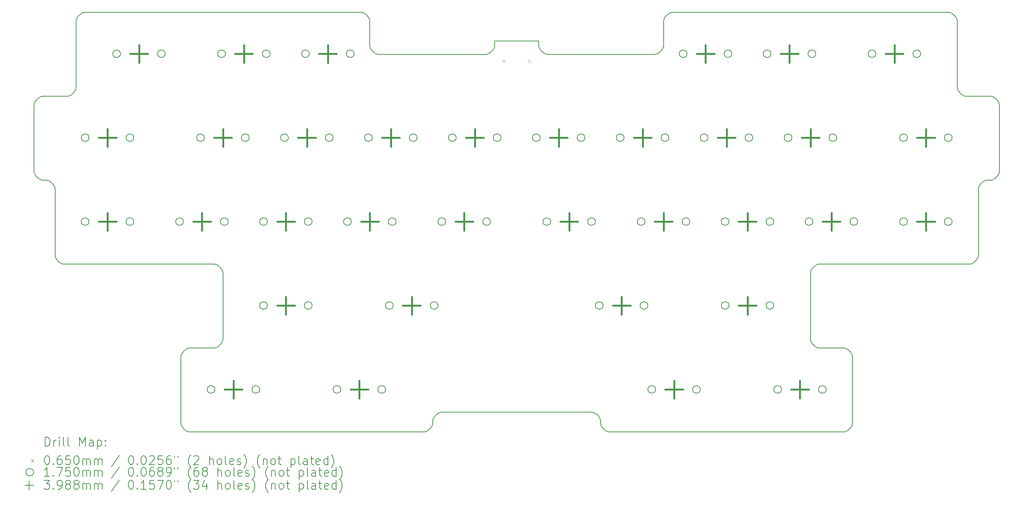
<source format=gbr>
%TF.GenerationSoftware,KiCad,Pcbnew,(6.0.11-0)*%
%TF.CreationDate,2023-07-13T15:03:24+09:00*%
%TF.ProjectId,qfwfq,71667766-712e-46b6-9963-61645f706362,rev?*%
%TF.SameCoordinates,Original*%
%TF.FileFunction,Drillmap*%
%TF.FilePolarity,Positive*%
%FSLAX45Y45*%
G04 Gerber Fmt 4.5, Leading zero omitted, Abs format (unit mm)*
G04 Created by KiCad (PCBNEW (6.0.11-0)) date 2023-07-13 15:03:24*
%MOMM*%
%LPD*%
G01*
G04 APERTURE LIST*
%ADD10C,0.200000*%
%ADD11C,0.065000*%
%ADD12C,0.175000*%
%ADD13C,0.398780*%
G04 APERTURE END LIST*
D10*
X19534057Y-9378335D02*
X19542091Y-9397414D01*
X19552650Y-9416702D01*
X19563998Y-9433749D01*
X19573635Y-9446327D01*
X2540615Y-7624893D02*
X2521536Y-7616859D01*
X2502248Y-7606300D01*
X2485201Y-7594952D01*
X2472623Y-7585315D01*
X20474240Y-9707438D02*
X20478154Y-9727205D01*
X20478750Y-9737700D01*
X1996373Y-5680315D02*
X1980268Y-5666260D01*
X1965218Y-5651121D01*
X1951407Y-5635115D01*
X1939021Y-5618461D01*
X1928242Y-5601374D01*
X1925039Y-5595621D01*
X23642762Y-5723190D02*
X23622995Y-5727104D01*
X23612500Y-5727700D01*
X6186740Y-9367962D02*
X6190654Y-9348195D01*
X6191250Y-9337700D01*
X2657500Y-3822700D02*
X2678284Y-3820481D01*
X2698135Y-3814893D01*
X9520490Y-2087438D02*
X9524404Y-2107205D01*
X9525000Y-2117700D01*
X14923115Y-11434893D02*
X14904035Y-11426859D01*
X14884748Y-11416300D01*
X14867701Y-11404952D01*
X14855123Y-11395315D01*
X1905000Y-4022700D02*
X1907219Y-4001916D01*
X1912807Y-3982065D01*
X5243260Y-11272962D02*
X5239346Y-11253195D01*
X5238750Y-11242700D01*
X14716365Y-11086573D02*
X14702310Y-11070468D01*
X14687171Y-11055418D01*
X14671165Y-11041607D01*
X14654511Y-11029221D01*
X14637424Y-11018442D01*
X14631671Y-11015239D01*
X5438750Y-11442700D02*
X10753750Y-11442700D01*
X16192500Y-2117700D02*
X16192500Y-2670200D01*
X5238750Y-9737700D02*
X5238750Y-11242700D01*
X14783789Y-11310621D02*
X14774980Y-11292194D01*
X14768260Y-11272962D01*
X23356289Y-5859779D02*
X23347480Y-5878205D01*
X23340760Y-5897438D01*
X6099877Y-9490315D02*
X6115982Y-9476260D01*
X6131032Y-9461121D01*
X6144843Y-9445116D01*
X6157229Y-9428461D01*
X6168008Y-9411374D01*
X6171211Y-9405621D01*
X6021512Y-7637210D02*
X6001745Y-7633296D01*
X5991250Y-7632700D01*
X20478750Y-11242700D02*
X20478750Y-9737700D01*
X11045123Y-11042585D02*
X11029018Y-11056640D01*
X11013968Y-11071779D01*
X11000157Y-11087784D01*
X10987771Y-11104439D01*
X10976992Y-11121526D01*
X10973789Y-11127279D01*
X23495615Y-5735507D02*
X23476535Y-5743540D01*
X23457248Y-5754099D01*
X23440201Y-5765448D01*
X23427623Y-5775085D01*
X23680421Y-5707661D02*
X23661994Y-5716470D01*
X23642762Y-5723190D01*
X22660000Y-1917700D02*
X16392500Y-1917700D01*
X19726250Y-7632700D02*
X19705466Y-7634919D01*
X19685615Y-7640507D01*
X20278750Y-9537700D02*
X19726250Y-9537700D01*
X16172461Y-2738121D02*
X16181270Y-2719695D01*
X16187990Y-2700462D01*
X6171211Y-9405621D02*
X6180020Y-9387195D01*
X6186740Y-9367962D01*
X1905000Y-4022700D02*
X1905000Y-5527700D01*
X2373443Y-5887065D02*
X2365409Y-5867985D01*
X2354850Y-5848698D01*
X2343502Y-5831651D01*
X2333865Y-5819073D01*
X3027238Y-1922210D02*
X3047005Y-1918296D01*
X3057500Y-1917700D01*
X14594012Y-10999710D02*
X14574245Y-10995796D01*
X14563750Y-10995200D01*
X19526250Y-9337700D02*
X19526250Y-7832700D01*
X2766127Y-3775315D02*
X2782232Y-3761260D01*
X2797282Y-3746121D01*
X2811093Y-3730115D01*
X2823479Y-3713461D01*
X2834258Y-3696374D01*
X2837461Y-3690621D01*
X1912807Y-3982065D02*
X1920840Y-3962985D01*
X1931399Y-3943698D01*
X1942748Y-3926651D01*
X1952385Y-3914073D01*
X23336250Y-7432700D02*
X23334031Y-7453484D01*
X23328443Y-7473335D01*
X23029738Y-3818190D02*
X23049505Y-3822104D01*
X23060000Y-3822700D01*
X23427623Y-5775085D02*
X23411518Y-5789139D01*
X23396468Y-5804279D01*
X23382657Y-5820284D01*
X23370271Y-5836939D01*
X23359492Y-5854026D01*
X23356289Y-5859779D01*
X10945943Y-11283335D02*
X10937909Y-11302414D01*
X10927350Y-11321701D01*
X10916002Y-11338749D01*
X10906365Y-11351327D01*
X19726250Y-7632700D02*
X23136250Y-7632700D01*
X9365635Y-1925507D02*
X9384714Y-1933540D01*
X9404002Y-1944099D01*
X9421049Y-1955448D01*
X9433627Y-1965085D01*
X12358750Y-2570200D02*
X12358750Y-2670200D01*
X5991250Y-9537700D02*
X6012034Y-9535481D01*
X6031885Y-9529893D01*
X23807990Y-3992438D02*
X23811904Y-4012205D01*
X23812500Y-4022700D01*
X16192500Y-2117700D02*
X16194719Y-2096916D01*
X16200307Y-2077065D01*
X2037079Y-3842739D02*
X2055505Y-3833930D01*
X2074738Y-3827210D01*
X14963750Y-11442700D02*
X14942966Y-11440481D01*
X14923115Y-11434893D01*
X13358750Y-2670200D02*
X13358750Y-2570200D01*
X22855490Y-2087438D02*
X22859404Y-2107205D01*
X22860000Y-2117700D01*
X22992079Y-3802661D02*
X23010505Y-3811470D01*
X23029738Y-3818190D01*
X23328443Y-7473335D02*
X23320409Y-7492414D01*
X23309850Y-7511701D01*
X23298502Y-7528749D01*
X23288865Y-7541327D01*
X16362238Y-1922210D02*
X16382005Y-1918296D01*
X16392500Y-1917700D01*
X5238750Y-9737700D02*
X5240969Y-9716916D01*
X5246557Y-9697065D01*
X2211512Y-5732210D02*
X2191745Y-5728296D01*
X2181250Y-5727700D01*
X22867807Y-3663335D02*
X22875840Y-3682414D01*
X22886399Y-3701701D01*
X22897748Y-3718749D01*
X22907385Y-3731327D01*
X23204171Y-7612661D02*
X23185744Y-7621470D01*
X23166512Y-7628190D01*
X11153750Y-10995200D02*
X14563750Y-10995200D01*
X22907385Y-3731327D02*
X22921439Y-3747432D01*
X22936579Y-3762482D01*
X22952584Y-3776293D01*
X22969239Y-3788679D01*
X22986326Y-3799458D01*
X22992079Y-3802661D01*
X9525000Y-2670200D02*
X9525000Y-2117700D01*
X10821671Y-11422661D02*
X10803245Y-11431470D01*
X10784012Y-11438190D01*
X2904885Y-2009073D02*
X2918939Y-1992968D01*
X2934079Y-1977918D01*
X2950084Y-1964107D01*
X2966739Y-1951721D01*
X2983826Y-1940942D01*
X2989579Y-1937739D01*
X23536250Y-5727700D02*
X23515466Y-5729919D01*
X23495615Y-5735507D01*
X5246557Y-9697065D02*
X5254591Y-9677986D01*
X5265150Y-9658698D01*
X5276498Y-9641651D01*
X5286135Y-9629073D01*
X2989579Y-1937739D02*
X3008005Y-1928930D01*
X3027238Y-1922210D01*
X20346671Y-11422661D02*
X20328245Y-11431470D01*
X20309012Y-11438190D01*
X20309012Y-11438190D02*
X20289245Y-11442104D01*
X20278750Y-11442700D01*
X23765115Y-5636327D02*
X23751060Y-5652432D01*
X23735921Y-5667482D01*
X23719915Y-5681293D01*
X23703261Y-5693679D01*
X23686174Y-5704458D01*
X23680421Y-5707661D01*
X19617623Y-7680085D02*
X19601518Y-7694139D01*
X19586468Y-7709279D01*
X19572657Y-7725284D01*
X19560271Y-7741939D01*
X19549492Y-7759026D01*
X19546289Y-7764779D01*
X23792461Y-3954779D02*
X23801270Y-3973205D01*
X23807990Y-3992438D01*
X2064365Y-5719893D02*
X2045285Y-5711859D01*
X2025998Y-5701300D01*
X2008951Y-5689952D01*
X1996373Y-5680315D01*
X5286135Y-9629073D02*
X5300190Y-9612968D01*
X5315329Y-9597918D01*
X5331334Y-9584107D01*
X5347989Y-9571721D01*
X5365076Y-9560942D01*
X5370829Y-9557739D01*
X2385760Y-7462962D02*
X2381846Y-7443195D01*
X2381250Y-7432700D01*
X9325000Y-1917700D02*
X3057500Y-1917700D01*
X16200307Y-2077065D02*
X16208340Y-2057985D01*
X16218899Y-2038698D01*
X16230248Y-2021651D01*
X16239885Y-2009073D01*
X14768260Y-11272962D02*
X14764346Y-11253195D01*
X14763750Y-11242700D01*
X20470943Y-11283335D02*
X20462909Y-11302414D01*
X20452350Y-11321701D01*
X20441002Y-11338749D01*
X20431365Y-11351327D01*
X14855123Y-11395315D02*
X14839018Y-11381260D01*
X14823968Y-11366121D01*
X14810157Y-11350115D01*
X14797771Y-11333461D01*
X14786992Y-11316374D01*
X14783789Y-11310621D01*
X16033135Y-2862393D02*
X16052214Y-2854359D01*
X16071501Y-2843800D01*
X16088549Y-2832452D01*
X16101127Y-2822815D01*
X12158750Y-2870200D02*
X12179534Y-2867981D01*
X12199385Y-2862393D01*
X10784012Y-11438190D02*
X10764245Y-11442104D01*
X10753750Y-11442700D01*
X20458711Y-9669779D02*
X20467520Y-9688205D01*
X20474240Y-9707438D01*
X10906365Y-11351327D02*
X10892310Y-11367432D01*
X10877171Y-11382482D01*
X10861166Y-11396293D01*
X10844511Y-11408679D01*
X10827424Y-11419458D01*
X10821671Y-11422661D01*
X14755943Y-11154565D02*
X14747909Y-11135486D01*
X14737350Y-11116198D01*
X14726002Y-11099151D01*
X14716365Y-11086573D01*
X23721127Y-3870085D02*
X23737232Y-3884139D01*
X23752282Y-3899279D01*
X23766093Y-3915284D01*
X23778479Y-3931939D01*
X23789258Y-3949026D01*
X23792461Y-3954779D01*
X19573635Y-9446327D02*
X19587690Y-9462432D01*
X19602829Y-9477482D01*
X19618834Y-9491293D01*
X19635489Y-9503679D01*
X19652576Y-9514458D01*
X19658329Y-9517661D01*
X9433627Y-1965085D02*
X9449732Y-1979139D01*
X9464782Y-1994279D01*
X9478593Y-2010284D01*
X9490979Y-2026939D01*
X9501758Y-2044026D01*
X9504961Y-2049779D01*
X23653135Y-3830507D02*
X23672214Y-3838540D01*
X23691501Y-3849099D01*
X23708549Y-3860448D01*
X23721127Y-3870085D01*
X5398115Y-11434893D02*
X5379036Y-11426859D01*
X5359748Y-11416300D01*
X5342701Y-11404952D01*
X5330123Y-11395315D01*
X2472623Y-7585315D02*
X2456518Y-7571260D01*
X2441468Y-7556121D01*
X2427657Y-7540115D01*
X2415271Y-7523461D01*
X2404492Y-7506374D01*
X2401289Y-7500621D01*
X9532807Y-2710835D02*
X9540841Y-2729914D01*
X9551400Y-2749202D01*
X9562748Y-2766249D01*
X9572385Y-2778827D01*
X23536250Y-5727700D02*
X23612500Y-5727700D01*
X6191250Y-7832700D02*
X6189031Y-7811916D01*
X6183443Y-7792065D01*
X5330123Y-11395315D02*
X5314018Y-11381260D01*
X5298968Y-11366121D01*
X5285157Y-11350115D01*
X5272771Y-11333461D01*
X5261992Y-11316374D01*
X5258789Y-11310621D01*
X10953750Y-11242700D02*
X10951531Y-11263484D01*
X10945943Y-11283335D01*
X23612500Y-3822700D02*
X23060000Y-3822700D01*
X2857500Y-2117700D02*
X2857500Y-3622700D01*
X23340760Y-5897438D02*
X23336846Y-5917205D01*
X23336250Y-5927700D01*
X15992500Y-2870200D02*
X16013284Y-2867981D01*
X16033135Y-2862393D01*
X16324579Y-1937739D02*
X16343005Y-1928930D01*
X16362238Y-1922210D01*
X6183443Y-7792065D02*
X6175409Y-7772985D01*
X6164850Y-7753698D01*
X6153502Y-7736651D01*
X6143865Y-7724073D01*
X10953750Y-11242700D02*
X10953750Y-11195200D01*
X6191250Y-7832700D02*
X6191250Y-9337700D01*
X10973789Y-11127279D02*
X10964980Y-11145705D01*
X10958260Y-11164938D01*
X1952385Y-3914073D02*
X1966439Y-3897968D01*
X1981579Y-3882918D01*
X1997584Y-3869107D01*
X2014239Y-3856721D01*
X2031326Y-3845942D01*
X2037079Y-3842739D01*
X13406135Y-2778827D02*
X13420189Y-2794932D01*
X13435329Y-2809982D01*
X13451334Y-2823793D01*
X13467989Y-2836179D01*
X13485076Y-2846958D01*
X13490829Y-2850161D01*
X2381250Y-5927700D02*
X2381250Y-7432700D01*
X23804693Y-5568335D02*
X23796659Y-5587414D01*
X23786100Y-5606701D01*
X23774752Y-5623749D01*
X23765115Y-5636327D01*
X20278750Y-9537700D02*
X20299534Y-9539919D01*
X20319385Y-9545507D01*
X11113115Y-11003007D02*
X11094036Y-11011041D01*
X11074748Y-11021600D01*
X11057701Y-11032948D01*
X11045123Y-11042585D01*
X23336250Y-7432700D02*
X23336250Y-5927700D01*
X2333865Y-5819073D02*
X2319810Y-5802968D01*
X2304671Y-5787918D01*
X2288666Y-5774107D01*
X2272011Y-5761721D01*
X2254924Y-5750942D01*
X2249171Y-5747739D01*
X5370829Y-9557739D02*
X5389255Y-9548930D01*
X5408488Y-9542210D01*
X19530760Y-7802438D02*
X19526846Y-7822205D01*
X19526250Y-7832700D01*
X19526250Y-9337700D02*
X19528469Y-9358484D01*
X19534057Y-9378335D01*
X19658329Y-9517661D02*
X19676755Y-9526470D01*
X19695988Y-9533190D01*
X5408488Y-9542210D02*
X5428255Y-9538296D01*
X5438750Y-9537700D01*
X2657500Y-3822700D02*
X2105000Y-3822700D01*
X1925039Y-5595621D02*
X1916230Y-5577195D01*
X1909510Y-5557962D01*
X11153750Y-10995200D02*
X11132966Y-10997419D01*
X11113115Y-11003007D01*
X5438750Y-11442700D02*
X5417966Y-11440481D01*
X5398115Y-11434893D01*
X2381250Y-5927700D02*
X2379031Y-5906916D01*
X2373443Y-5887065D01*
X23166512Y-7628190D02*
X23146745Y-7632104D01*
X23136250Y-7632700D01*
X6143865Y-7724073D02*
X6129810Y-7707968D01*
X6114671Y-7692918D01*
X6098665Y-7679107D01*
X6082011Y-7666721D01*
X6064924Y-7655942D01*
X6059171Y-7652739D01*
X13358750Y-2570200D02*
X12358750Y-2570200D01*
X2105000Y-5727700D02*
X2084216Y-5725481D01*
X2064365Y-5719893D01*
X22768627Y-1965085D02*
X22784732Y-1979139D01*
X22799782Y-1994279D01*
X22813593Y-2010284D01*
X22825979Y-2026939D01*
X22836758Y-2044026D01*
X22839961Y-2049779D01*
X19685615Y-7640507D02*
X19666536Y-7648540D01*
X19647248Y-7659099D01*
X19630201Y-7670448D01*
X19617623Y-7680085D01*
X2074738Y-3827210D02*
X2094505Y-3823296D01*
X2105000Y-3822700D01*
X19695988Y-9533190D02*
X19715755Y-9537104D01*
X19726250Y-9537700D01*
X20319385Y-9545507D02*
X20338464Y-9553541D01*
X20357752Y-9564100D01*
X20374799Y-9575448D01*
X20387377Y-9585085D01*
X13528488Y-2865690D02*
X13548255Y-2869604D01*
X13558750Y-2870200D01*
X9657079Y-2850161D02*
X9675505Y-2858970D01*
X9694738Y-2865690D01*
X2698135Y-3814893D02*
X2717214Y-3806859D01*
X2736502Y-3796300D01*
X2753549Y-3784952D01*
X2766127Y-3775315D01*
X12199385Y-2862393D02*
X12218464Y-2854359D01*
X12237751Y-2843800D01*
X12254799Y-2832452D01*
X12267377Y-2822815D01*
X9694738Y-2865690D02*
X9714505Y-2869604D01*
X9725000Y-2870200D01*
X23812500Y-5527700D02*
X23810281Y-5548484D01*
X23804693Y-5568335D01*
X22700635Y-1925507D02*
X22719714Y-1933540D01*
X22739001Y-1944099D01*
X22756049Y-1955448D01*
X22768627Y-1965085D01*
X13490829Y-2850161D02*
X13509255Y-2858970D01*
X13528488Y-2865690D01*
X2857500Y-2117700D02*
X2859719Y-2096916D01*
X2865307Y-2077065D01*
X23288865Y-7541327D02*
X23274810Y-7557432D01*
X23259671Y-7572482D01*
X23243665Y-7586293D01*
X23227011Y-7598679D01*
X23209924Y-7609458D01*
X23204171Y-7612661D01*
X2865307Y-2077065D02*
X2873340Y-2057985D01*
X2883899Y-2038698D01*
X2895248Y-2021651D01*
X2904885Y-2009073D01*
X1909510Y-5557962D02*
X1905596Y-5538195D01*
X1905000Y-5527700D01*
X15992500Y-2870200D02*
X13558750Y-2870200D01*
X9525000Y-2670200D02*
X9527219Y-2690984D01*
X9532807Y-2710835D01*
X2249171Y-5747739D02*
X2230745Y-5738930D01*
X2211512Y-5732210D01*
X2852990Y-3652962D02*
X2856904Y-3633195D01*
X2857500Y-3622700D01*
X22860000Y-3622700D02*
X22860000Y-2117700D01*
X14763750Y-11195200D02*
X14761531Y-11174416D01*
X14755943Y-11154565D01*
X23812500Y-5527700D02*
X23812500Y-4022700D01*
X14631671Y-11015239D02*
X14613244Y-11006430D01*
X14594012Y-10999710D01*
X14963750Y-11442700D02*
X20278750Y-11442700D01*
X5258789Y-11310621D02*
X5249980Y-11292194D01*
X5243260Y-11272962D01*
X2837461Y-3690621D02*
X2846270Y-3672194D01*
X2852990Y-3652962D01*
X16101127Y-2822815D02*
X16117232Y-2808760D01*
X16132282Y-2793621D01*
X16146093Y-2777616D01*
X16158479Y-2760961D01*
X16169258Y-2743874D01*
X16172461Y-2738121D01*
X6031885Y-9529893D02*
X6050964Y-9521859D01*
X6070251Y-9511300D01*
X6087299Y-9499952D01*
X6099877Y-9490315D01*
X2105000Y-5727700D02*
X2181250Y-5727700D01*
X13366557Y-2710835D02*
X13374590Y-2729914D01*
X13385149Y-2749202D01*
X13396498Y-2766249D01*
X13406135Y-2778827D01*
X20387377Y-9585085D02*
X20403482Y-9599140D01*
X20418532Y-9614279D01*
X20432343Y-9630284D01*
X20444729Y-9646939D01*
X20455508Y-9664026D01*
X20458711Y-9669779D01*
X2581250Y-7632700D02*
X2560466Y-7630481D01*
X2540615Y-7624893D01*
X12158750Y-2870200D02*
X9725000Y-2870200D01*
X9325000Y-1917700D02*
X9345784Y-1919919D01*
X9365635Y-1925507D01*
X10958260Y-11164938D02*
X10954346Y-11184705D01*
X10953750Y-11195200D01*
X5991250Y-9537700D02*
X5438750Y-9537700D01*
X9504961Y-2049779D02*
X9513770Y-2068205D01*
X9520490Y-2087438D01*
X14763750Y-11195200D02*
X14763750Y-11242700D01*
X16239885Y-2009073D02*
X16253939Y-1992968D01*
X16269079Y-1977918D01*
X16285084Y-1964107D01*
X16301739Y-1951721D01*
X16318826Y-1940942D01*
X16324579Y-1937739D01*
X12338711Y-2738121D02*
X12347520Y-2719695D01*
X12354240Y-2700462D01*
X9572385Y-2778827D02*
X9586440Y-2794932D01*
X9601579Y-2809982D01*
X9617584Y-2823793D01*
X9634239Y-2836179D01*
X9651326Y-2846958D01*
X9657079Y-2850161D01*
X19546289Y-7764779D02*
X19537480Y-7783205D01*
X19530760Y-7802438D01*
X13358750Y-2670200D02*
X13360969Y-2690984D01*
X13366557Y-2710835D01*
X2401289Y-7500621D02*
X2392480Y-7482194D01*
X2385760Y-7462962D01*
X22860000Y-3622700D02*
X22862219Y-3643484D01*
X22867807Y-3663335D01*
X20478750Y-11242700D02*
X20476531Y-11263484D01*
X20470943Y-11283335D01*
X16187990Y-2700462D02*
X16191904Y-2680695D01*
X16192500Y-2670200D01*
X20431365Y-11351327D02*
X20417310Y-11367432D01*
X20402171Y-11382482D01*
X20386166Y-11396293D01*
X20369511Y-11408679D01*
X20352424Y-11419458D01*
X20346671Y-11422661D01*
X22839961Y-2049779D02*
X22848770Y-2068205D01*
X22855490Y-2087438D01*
X12267377Y-2822815D02*
X12283482Y-2808760D01*
X12298532Y-2793621D01*
X12312343Y-2777616D01*
X12324729Y-2760961D01*
X12335508Y-2743874D01*
X12338711Y-2738121D01*
X22660000Y-1917700D02*
X22680784Y-1919919D01*
X22700635Y-1925507D01*
X2581250Y-7632700D02*
X5991250Y-7632700D01*
X12354240Y-2700462D02*
X12358154Y-2680695D01*
X12358750Y-2670200D01*
X23612500Y-3822700D02*
X23633284Y-3824919D01*
X23653135Y-3830507D01*
X6059171Y-7652739D02*
X6040744Y-7643930D01*
X6021512Y-7637210D01*
D11*
X12537250Y-2994250D02*
X12602250Y-3059250D01*
X12602250Y-2994250D02*
X12537250Y-3059250D01*
X13115250Y-2994250D02*
X13180250Y-3059250D01*
X13180250Y-2994250D02*
X13115250Y-3059250D01*
D12*
X3151375Y-4762500D02*
G75*
G03*
X3151375Y-4762500I-87500J0D01*
G01*
X3151375Y-6667500D02*
G75*
G03*
X3151375Y-6667500I-87500J0D01*
G01*
X3865750Y-2857500D02*
G75*
G03*
X3865750Y-2857500I-87500J0D01*
G01*
X4167375Y-4762500D02*
G75*
G03*
X4167375Y-4762500I-87500J0D01*
G01*
X4167375Y-6667500D02*
G75*
G03*
X4167375Y-6667500I-87500J0D01*
G01*
X4881750Y-2857500D02*
G75*
G03*
X4881750Y-2857500I-87500J0D01*
G01*
X5294500Y-6667500D02*
G75*
G03*
X5294500Y-6667500I-87500J0D01*
G01*
X5770750Y-4762500D02*
G75*
G03*
X5770750Y-4762500I-87500J0D01*
G01*
X6008900Y-10477500D02*
G75*
G03*
X6008900Y-10477500I-87500J0D01*
G01*
X6247000Y-2857500D02*
G75*
G03*
X6247000Y-2857500I-87500J0D01*
G01*
X6310500Y-6667500D02*
G75*
G03*
X6310500Y-6667500I-87500J0D01*
G01*
X6786750Y-4762500D02*
G75*
G03*
X6786750Y-4762500I-87500J0D01*
G01*
X7024900Y-10477500D02*
G75*
G03*
X7024900Y-10477500I-87500J0D01*
G01*
X7199500Y-6667500D02*
G75*
G03*
X7199500Y-6667500I-87500J0D01*
G01*
X7199500Y-8572500D02*
G75*
G03*
X7199500Y-8572500I-87500J0D01*
G01*
X7263000Y-2857500D02*
G75*
G03*
X7263000Y-2857500I-87500J0D01*
G01*
X7675750Y-4762500D02*
G75*
G03*
X7675750Y-4762500I-87500J0D01*
G01*
X8152000Y-2857500D02*
G75*
G03*
X8152000Y-2857500I-87500J0D01*
G01*
X8215500Y-6667500D02*
G75*
G03*
X8215500Y-6667500I-87500J0D01*
G01*
X8215500Y-8572500D02*
G75*
G03*
X8215500Y-8572500I-87500J0D01*
G01*
X8691750Y-4762500D02*
G75*
G03*
X8691750Y-4762500I-87500J0D01*
G01*
X8866400Y-10477500D02*
G75*
G03*
X8866400Y-10477500I-87500J0D01*
G01*
X9104500Y-6667500D02*
G75*
G03*
X9104500Y-6667500I-87500J0D01*
G01*
X9168000Y-2857500D02*
G75*
G03*
X9168000Y-2857500I-87500J0D01*
G01*
X9580750Y-4762500D02*
G75*
G03*
X9580750Y-4762500I-87500J0D01*
G01*
X9882400Y-10477500D02*
G75*
G03*
X9882400Y-10477500I-87500J0D01*
G01*
X10057000Y-8572500D02*
G75*
G03*
X10057000Y-8572500I-87500J0D01*
G01*
X10120500Y-6667500D02*
G75*
G03*
X10120500Y-6667500I-87500J0D01*
G01*
X10596750Y-4762500D02*
G75*
G03*
X10596750Y-4762500I-87500J0D01*
G01*
X11073000Y-8572500D02*
G75*
G03*
X11073000Y-8572500I-87500J0D01*
G01*
X11247625Y-6667500D02*
G75*
G03*
X11247625Y-6667500I-87500J0D01*
G01*
X11485750Y-4762500D02*
G75*
G03*
X11485750Y-4762500I-87500J0D01*
G01*
X12263625Y-6667500D02*
G75*
G03*
X12263625Y-6667500I-87500J0D01*
G01*
X12501750Y-4762500D02*
G75*
G03*
X12501750Y-4762500I-87500J0D01*
G01*
X13390750Y-4762500D02*
G75*
G03*
X13390750Y-4762500I-87500J0D01*
G01*
X13628875Y-6667500D02*
G75*
G03*
X13628875Y-6667500I-87500J0D01*
G01*
X14406750Y-4762500D02*
G75*
G03*
X14406750Y-4762500I-87500J0D01*
G01*
X14644875Y-6667500D02*
G75*
G03*
X14644875Y-6667500I-87500J0D01*
G01*
X14819500Y-8572500D02*
G75*
G03*
X14819500Y-8572500I-87500J0D01*
G01*
X15295750Y-4762500D02*
G75*
G03*
X15295750Y-4762500I-87500J0D01*
G01*
X15772000Y-6667500D02*
G75*
G03*
X15772000Y-6667500I-87500J0D01*
G01*
X15835500Y-8572500D02*
G75*
G03*
X15835500Y-8572500I-87500J0D01*
G01*
X16010100Y-10477500D02*
G75*
G03*
X16010100Y-10477500I-87500J0D01*
G01*
X16311750Y-4762500D02*
G75*
G03*
X16311750Y-4762500I-87500J0D01*
G01*
X16724500Y-2857500D02*
G75*
G03*
X16724500Y-2857500I-87500J0D01*
G01*
X16788000Y-6667500D02*
G75*
G03*
X16788000Y-6667500I-87500J0D01*
G01*
X17026100Y-10477500D02*
G75*
G03*
X17026100Y-10477500I-87500J0D01*
G01*
X17200750Y-4762500D02*
G75*
G03*
X17200750Y-4762500I-87500J0D01*
G01*
X17677000Y-6667500D02*
G75*
G03*
X17677000Y-6667500I-87500J0D01*
G01*
X17677000Y-8572500D02*
G75*
G03*
X17677000Y-8572500I-87500J0D01*
G01*
X17740500Y-2857500D02*
G75*
G03*
X17740500Y-2857500I-87500J0D01*
G01*
X18216750Y-4762500D02*
G75*
G03*
X18216750Y-4762500I-87500J0D01*
G01*
X18629500Y-2857500D02*
G75*
G03*
X18629500Y-2857500I-87500J0D01*
G01*
X18693000Y-6667500D02*
G75*
G03*
X18693000Y-6667500I-87500J0D01*
G01*
X18693000Y-8572500D02*
G75*
G03*
X18693000Y-8572500I-87500J0D01*
G01*
X18867600Y-10477500D02*
G75*
G03*
X18867600Y-10477500I-87500J0D01*
G01*
X19105750Y-4762500D02*
G75*
G03*
X19105750Y-4762500I-87500J0D01*
G01*
X19582000Y-6667500D02*
G75*
G03*
X19582000Y-6667500I-87500J0D01*
G01*
X19645500Y-2857500D02*
G75*
G03*
X19645500Y-2857500I-87500J0D01*
G01*
X19883600Y-10477500D02*
G75*
G03*
X19883600Y-10477500I-87500J0D01*
G01*
X20121750Y-4762500D02*
G75*
G03*
X20121750Y-4762500I-87500J0D01*
G01*
X20598000Y-6667500D02*
G75*
G03*
X20598000Y-6667500I-87500J0D01*
G01*
X21010750Y-2857500D02*
G75*
G03*
X21010750Y-2857500I-87500J0D01*
G01*
X21725125Y-4762500D02*
G75*
G03*
X21725125Y-4762500I-87500J0D01*
G01*
X21725125Y-6667500D02*
G75*
G03*
X21725125Y-6667500I-87500J0D01*
G01*
X22026750Y-2857500D02*
G75*
G03*
X22026750Y-2857500I-87500J0D01*
G01*
X22741125Y-4762500D02*
G75*
G03*
X22741125Y-4762500I-87500J0D01*
G01*
X22741125Y-6667500D02*
G75*
G03*
X22741125Y-6667500I-87500J0D01*
G01*
D13*
X3571875Y-4563110D02*
X3571875Y-4961890D01*
X3372485Y-4762500D02*
X3771265Y-4762500D01*
X3571875Y-6468110D02*
X3571875Y-6866890D01*
X3372485Y-6667500D02*
X3771265Y-6667500D01*
X4286250Y-2658110D02*
X4286250Y-3056890D01*
X4086860Y-2857500D02*
X4485640Y-2857500D01*
X5715000Y-6468110D02*
X5715000Y-6866890D01*
X5515610Y-6667500D02*
X5914390Y-6667500D01*
X6191250Y-4563110D02*
X6191250Y-4961890D01*
X5991860Y-4762500D02*
X6390640Y-4762500D01*
X6429400Y-10278110D02*
X6429400Y-10676890D01*
X6230010Y-10477500D02*
X6628790Y-10477500D01*
X6667500Y-2658110D02*
X6667500Y-3056890D01*
X6468110Y-2857500D02*
X6866890Y-2857500D01*
X7620000Y-6468110D02*
X7620000Y-6866890D01*
X7420610Y-6667500D02*
X7819390Y-6667500D01*
X7620000Y-8373110D02*
X7620000Y-8771890D01*
X7420610Y-8572500D02*
X7819390Y-8572500D01*
X8096250Y-4563110D02*
X8096250Y-4961890D01*
X7896860Y-4762500D02*
X8295640Y-4762500D01*
X8572500Y-2658110D02*
X8572500Y-3056890D01*
X8373110Y-2857500D02*
X8771890Y-2857500D01*
X9286900Y-10278110D02*
X9286900Y-10676890D01*
X9087510Y-10477500D02*
X9486290Y-10477500D01*
X9525000Y-6468110D02*
X9525000Y-6866890D01*
X9325610Y-6667500D02*
X9724390Y-6667500D01*
X10001250Y-4563110D02*
X10001250Y-4961890D01*
X9801860Y-4762500D02*
X10200640Y-4762500D01*
X10477500Y-8373110D02*
X10477500Y-8771890D01*
X10278110Y-8572500D02*
X10676890Y-8572500D01*
X11668125Y-6468110D02*
X11668125Y-6866890D01*
X11468735Y-6667500D02*
X11867515Y-6667500D01*
X11906250Y-4563110D02*
X11906250Y-4961890D01*
X11706860Y-4762500D02*
X12105640Y-4762500D01*
X13811250Y-4563110D02*
X13811250Y-4961890D01*
X13611860Y-4762500D02*
X14010640Y-4762500D01*
X14049375Y-6468110D02*
X14049375Y-6866890D01*
X13849985Y-6667500D02*
X14248765Y-6667500D01*
X15240000Y-8373110D02*
X15240000Y-8771890D01*
X15040610Y-8572500D02*
X15439390Y-8572500D01*
X15716250Y-4563110D02*
X15716250Y-4961890D01*
X15516860Y-4762500D02*
X15915640Y-4762500D01*
X16192500Y-6468110D02*
X16192500Y-6866890D01*
X15993110Y-6667500D02*
X16391890Y-6667500D01*
X16430600Y-10278110D02*
X16430600Y-10676890D01*
X16231210Y-10477500D02*
X16629990Y-10477500D01*
X17145000Y-2658110D02*
X17145000Y-3056890D01*
X16945610Y-2857500D02*
X17344390Y-2857500D01*
X17621250Y-4563110D02*
X17621250Y-4961890D01*
X17421860Y-4762500D02*
X17820640Y-4762500D01*
X18097500Y-6468110D02*
X18097500Y-6866890D01*
X17898110Y-6667500D02*
X18296890Y-6667500D01*
X18097500Y-8373110D02*
X18097500Y-8771890D01*
X17898110Y-8572500D02*
X18296890Y-8572500D01*
X19050000Y-2658110D02*
X19050000Y-3056890D01*
X18850610Y-2857500D02*
X19249390Y-2857500D01*
X19288100Y-10278110D02*
X19288100Y-10676890D01*
X19088710Y-10477500D02*
X19487490Y-10477500D01*
X19526250Y-4563110D02*
X19526250Y-4961890D01*
X19326860Y-4762500D02*
X19725640Y-4762500D01*
X20002500Y-6468110D02*
X20002500Y-6866890D01*
X19803110Y-6667500D02*
X20201890Y-6667500D01*
X21431250Y-2658110D02*
X21431250Y-3056890D01*
X21231860Y-2857500D02*
X21630640Y-2857500D01*
X22145625Y-4563110D02*
X22145625Y-4961890D01*
X21946235Y-4762500D02*
X22345015Y-4762500D01*
X22145625Y-6468110D02*
X22145625Y-6866890D01*
X21946235Y-6667500D02*
X22345015Y-6667500D01*
D10*
X2152619Y-11763176D02*
X2152619Y-11563176D01*
X2200238Y-11563176D01*
X2228810Y-11572700D01*
X2247857Y-11591748D01*
X2257381Y-11610795D01*
X2266905Y-11648890D01*
X2266905Y-11677462D01*
X2257381Y-11715557D01*
X2247857Y-11734605D01*
X2228810Y-11753652D01*
X2200238Y-11763176D01*
X2152619Y-11763176D01*
X2352619Y-11763176D02*
X2352619Y-11629843D01*
X2352619Y-11667938D02*
X2362143Y-11648890D01*
X2371667Y-11639367D01*
X2390714Y-11629843D01*
X2409762Y-11629843D01*
X2476429Y-11763176D02*
X2476429Y-11629843D01*
X2476429Y-11563176D02*
X2466905Y-11572700D01*
X2476429Y-11582224D01*
X2485952Y-11572700D01*
X2476429Y-11563176D01*
X2476429Y-11582224D01*
X2600238Y-11763176D02*
X2581190Y-11753652D01*
X2571667Y-11734605D01*
X2571667Y-11563176D01*
X2705000Y-11763176D02*
X2685952Y-11753652D01*
X2676429Y-11734605D01*
X2676429Y-11563176D01*
X2933571Y-11763176D02*
X2933571Y-11563176D01*
X3000238Y-11706033D01*
X3066905Y-11563176D01*
X3066905Y-11763176D01*
X3247857Y-11763176D02*
X3247857Y-11658414D01*
X3238333Y-11639367D01*
X3219286Y-11629843D01*
X3181190Y-11629843D01*
X3162143Y-11639367D01*
X3247857Y-11753652D02*
X3228809Y-11763176D01*
X3181190Y-11763176D01*
X3162143Y-11753652D01*
X3152619Y-11734605D01*
X3152619Y-11715557D01*
X3162143Y-11696509D01*
X3181190Y-11686986D01*
X3228809Y-11686986D01*
X3247857Y-11677462D01*
X3343095Y-11629843D02*
X3343095Y-11829843D01*
X3343095Y-11639367D02*
X3362143Y-11629843D01*
X3400238Y-11629843D01*
X3419286Y-11639367D01*
X3428809Y-11648890D01*
X3438333Y-11667938D01*
X3438333Y-11725081D01*
X3428809Y-11744128D01*
X3419286Y-11753652D01*
X3400238Y-11763176D01*
X3362143Y-11763176D01*
X3343095Y-11753652D01*
X3524048Y-11744128D02*
X3533571Y-11753652D01*
X3524048Y-11763176D01*
X3514524Y-11753652D01*
X3524048Y-11744128D01*
X3524048Y-11763176D01*
X3524048Y-11639367D02*
X3533571Y-11648890D01*
X3524048Y-11658414D01*
X3514524Y-11648890D01*
X3524048Y-11639367D01*
X3524048Y-11658414D01*
D11*
X1830000Y-12060200D02*
X1895000Y-12125200D01*
X1895000Y-12060200D02*
X1830000Y-12125200D01*
D10*
X2190714Y-11983176D02*
X2209762Y-11983176D01*
X2228810Y-11992700D01*
X2238333Y-12002224D01*
X2247857Y-12021271D01*
X2257381Y-12059367D01*
X2257381Y-12106986D01*
X2247857Y-12145081D01*
X2238333Y-12164128D01*
X2228810Y-12173652D01*
X2209762Y-12183176D01*
X2190714Y-12183176D01*
X2171667Y-12173652D01*
X2162143Y-12164128D01*
X2152619Y-12145081D01*
X2143095Y-12106986D01*
X2143095Y-12059367D01*
X2152619Y-12021271D01*
X2162143Y-12002224D01*
X2171667Y-11992700D01*
X2190714Y-11983176D01*
X2343095Y-12164128D02*
X2352619Y-12173652D01*
X2343095Y-12183176D01*
X2333571Y-12173652D01*
X2343095Y-12164128D01*
X2343095Y-12183176D01*
X2524048Y-11983176D02*
X2485952Y-11983176D01*
X2466905Y-11992700D01*
X2457381Y-12002224D01*
X2438333Y-12030795D01*
X2428810Y-12068890D01*
X2428810Y-12145081D01*
X2438333Y-12164128D01*
X2447857Y-12173652D01*
X2466905Y-12183176D01*
X2505000Y-12183176D01*
X2524048Y-12173652D01*
X2533571Y-12164128D01*
X2543095Y-12145081D01*
X2543095Y-12097462D01*
X2533571Y-12078414D01*
X2524048Y-12068890D01*
X2505000Y-12059367D01*
X2466905Y-12059367D01*
X2447857Y-12068890D01*
X2438333Y-12078414D01*
X2428810Y-12097462D01*
X2724048Y-11983176D02*
X2628810Y-11983176D01*
X2619286Y-12078414D01*
X2628810Y-12068890D01*
X2647857Y-12059367D01*
X2695476Y-12059367D01*
X2714524Y-12068890D01*
X2724048Y-12078414D01*
X2733571Y-12097462D01*
X2733571Y-12145081D01*
X2724048Y-12164128D01*
X2714524Y-12173652D01*
X2695476Y-12183176D01*
X2647857Y-12183176D01*
X2628810Y-12173652D01*
X2619286Y-12164128D01*
X2857381Y-11983176D02*
X2876428Y-11983176D01*
X2895476Y-11992700D01*
X2905000Y-12002224D01*
X2914524Y-12021271D01*
X2924048Y-12059367D01*
X2924048Y-12106986D01*
X2914524Y-12145081D01*
X2905000Y-12164128D01*
X2895476Y-12173652D01*
X2876428Y-12183176D01*
X2857381Y-12183176D01*
X2838333Y-12173652D01*
X2828809Y-12164128D01*
X2819286Y-12145081D01*
X2809762Y-12106986D01*
X2809762Y-12059367D01*
X2819286Y-12021271D01*
X2828809Y-12002224D01*
X2838333Y-11992700D01*
X2857381Y-11983176D01*
X3009762Y-12183176D02*
X3009762Y-12049843D01*
X3009762Y-12068890D02*
X3019286Y-12059367D01*
X3038333Y-12049843D01*
X3066905Y-12049843D01*
X3085952Y-12059367D01*
X3095476Y-12078414D01*
X3095476Y-12183176D01*
X3095476Y-12078414D02*
X3105000Y-12059367D01*
X3124048Y-12049843D01*
X3152619Y-12049843D01*
X3171667Y-12059367D01*
X3181190Y-12078414D01*
X3181190Y-12183176D01*
X3276428Y-12183176D02*
X3276428Y-12049843D01*
X3276428Y-12068890D02*
X3285952Y-12059367D01*
X3305000Y-12049843D01*
X3333571Y-12049843D01*
X3352619Y-12059367D01*
X3362143Y-12078414D01*
X3362143Y-12183176D01*
X3362143Y-12078414D02*
X3371667Y-12059367D01*
X3390714Y-12049843D01*
X3419286Y-12049843D01*
X3438333Y-12059367D01*
X3447857Y-12078414D01*
X3447857Y-12183176D01*
X3838333Y-11973652D02*
X3666905Y-12230795D01*
X4095476Y-11983176D02*
X4114524Y-11983176D01*
X4133571Y-11992700D01*
X4143095Y-12002224D01*
X4152619Y-12021271D01*
X4162143Y-12059367D01*
X4162143Y-12106986D01*
X4152619Y-12145081D01*
X4143095Y-12164128D01*
X4133571Y-12173652D01*
X4114524Y-12183176D01*
X4095476Y-12183176D01*
X4076428Y-12173652D01*
X4066905Y-12164128D01*
X4057381Y-12145081D01*
X4047857Y-12106986D01*
X4047857Y-12059367D01*
X4057381Y-12021271D01*
X4066905Y-12002224D01*
X4076428Y-11992700D01*
X4095476Y-11983176D01*
X4247857Y-12164128D02*
X4257381Y-12173652D01*
X4247857Y-12183176D01*
X4238333Y-12173652D01*
X4247857Y-12164128D01*
X4247857Y-12183176D01*
X4381190Y-11983176D02*
X4400238Y-11983176D01*
X4419286Y-11992700D01*
X4428810Y-12002224D01*
X4438333Y-12021271D01*
X4447857Y-12059367D01*
X4447857Y-12106986D01*
X4438333Y-12145081D01*
X4428810Y-12164128D01*
X4419286Y-12173652D01*
X4400238Y-12183176D01*
X4381190Y-12183176D01*
X4362143Y-12173652D01*
X4352619Y-12164128D01*
X4343095Y-12145081D01*
X4333571Y-12106986D01*
X4333571Y-12059367D01*
X4343095Y-12021271D01*
X4352619Y-12002224D01*
X4362143Y-11992700D01*
X4381190Y-11983176D01*
X4524048Y-12002224D02*
X4533571Y-11992700D01*
X4552619Y-11983176D01*
X4600238Y-11983176D01*
X4619286Y-11992700D01*
X4628810Y-12002224D01*
X4638333Y-12021271D01*
X4638333Y-12040319D01*
X4628810Y-12068890D01*
X4514524Y-12183176D01*
X4638333Y-12183176D01*
X4819286Y-11983176D02*
X4724048Y-11983176D01*
X4714524Y-12078414D01*
X4724048Y-12068890D01*
X4743095Y-12059367D01*
X4790714Y-12059367D01*
X4809762Y-12068890D01*
X4819286Y-12078414D01*
X4828810Y-12097462D01*
X4828810Y-12145081D01*
X4819286Y-12164128D01*
X4809762Y-12173652D01*
X4790714Y-12183176D01*
X4743095Y-12183176D01*
X4724048Y-12173652D01*
X4714524Y-12164128D01*
X5000238Y-11983176D02*
X4962143Y-11983176D01*
X4943095Y-11992700D01*
X4933571Y-12002224D01*
X4914524Y-12030795D01*
X4905000Y-12068890D01*
X4905000Y-12145081D01*
X4914524Y-12164128D01*
X4924048Y-12173652D01*
X4943095Y-12183176D01*
X4981190Y-12183176D01*
X5000238Y-12173652D01*
X5009762Y-12164128D01*
X5019286Y-12145081D01*
X5019286Y-12097462D01*
X5009762Y-12078414D01*
X5000238Y-12068890D01*
X4981190Y-12059367D01*
X4943095Y-12059367D01*
X4924048Y-12068890D01*
X4914524Y-12078414D01*
X4905000Y-12097462D01*
X5095476Y-11983176D02*
X5095476Y-12021271D01*
X5171667Y-11983176D02*
X5171667Y-12021271D01*
X5466905Y-12259367D02*
X5457381Y-12249843D01*
X5438333Y-12221271D01*
X5428810Y-12202224D01*
X5419286Y-12173652D01*
X5409762Y-12126033D01*
X5409762Y-12087938D01*
X5419286Y-12040319D01*
X5428810Y-12011748D01*
X5438333Y-11992700D01*
X5457381Y-11964128D01*
X5466905Y-11954605D01*
X5533571Y-12002224D02*
X5543095Y-11992700D01*
X5562143Y-11983176D01*
X5609762Y-11983176D01*
X5628809Y-11992700D01*
X5638333Y-12002224D01*
X5647857Y-12021271D01*
X5647857Y-12040319D01*
X5638333Y-12068890D01*
X5524048Y-12183176D01*
X5647857Y-12183176D01*
X5885952Y-12183176D02*
X5885952Y-11983176D01*
X5971667Y-12183176D02*
X5971667Y-12078414D01*
X5962143Y-12059367D01*
X5943095Y-12049843D01*
X5914524Y-12049843D01*
X5895476Y-12059367D01*
X5885952Y-12068890D01*
X6095476Y-12183176D02*
X6076428Y-12173652D01*
X6066905Y-12164128D01*
X6057381Y-12145081D01*
X6057381Y-12087938D01*
X6066905Y-12068890D01*
X6076428Y-12059367D01*
X6095476Y-12049843D01*
X6124048Y-12049843D01*
X6143095Y-12059367D01*
X6152619Y-12068890D01*
X6162143Y-12087938D01*
X6162143Y-12145081D01*
X6152619Y-12164128D01*
X6143095Y-12173652D01*
X6124048Y-12183176D01*
X6095476Y-12183176D01*
X6276428Y-12183176D02*
X6257381Y-12173652D01*
X6247857Y-12154605D01*
X6247857Y-11983176D01*
X6428809Y-12173652D02*
X6409762Y-12183176D01*
X6371667Y-12183176D01*
X6352619Y-12173652D01*
X6343095Y-12154605D01*
X6343095Y-12078414D01*
X6352619Y-12059367D01*
X6371667Y-12049843D01*
X6409762Y-12049843D01*
X6428809Y-12059367D01*
X6438333Y-12078414D01*
X6438333Y-12097462D01*
X6343095Y-12116509D01*
X6514524Y-12173652D02*
X6533571Y-12183176D01*
X6571667Y-12183176D01*
X6590714Y-12173652D01*
X6600238Y-12154605D01*
X6600238Y-12145081D01*
X6590714Y-12126033D01*
X6571667Y-12116509D01*
X6543095Y-12116509D01*
X6524048Y-12106986D01*
X6514524Y-12087938D01*
X6514524Y-12078414D01*
X6524048Y-12059367D01*
X6543095Y-12049843D01*
X6571667Y-12049843D01*
X6590714Y-12059367D01*
X6666905Y-12259367D02*
X6676428Y-12249843D01*
X6695476Y-12221271D01*
X6705000Y-12202224D01*
X6714524Y-12173652D01*
X6724048Y-12126033D01*
X6724048Y-12087938D01*
X6714524Y-12040319D01*
X6705000Y-12011748D01*
X6695476Y-11992700D01*
X6676428Y-11964128D01*
X6666905Y-11954605D01*
X7028809Y-12259367D02*
X7019286Y-12249843D01*
X7000238Y-12221271D01*
X6990714Y-12202224D01*
X6981190Y-12173652D01*
X6971667Y-12126033D01*
X6971667Y-12087938D01*
X6981190Y-12040319D01*
X6990714Y-12011748D01*
X7000238Y-11992700D01*
X7019286Y-11964128D01*
X7028809Y-11954605D01*
X7105000Y-12049843D02*
X7105000Y-12183176D01*
X7105000Y-12068890D02*
X7114524Y-12059367D01*
X7133571Y-12049843D01*
X7162143Y-12049843D01*
X7181190Y-12059367D01*
X7190714Y-12078414D01*
X7190714Y-12183176D01*
X7314524Y-12183176D02*
X7295476Y-12173652D01*
X7285952Y-12164128D01*
X7276428Y-12145081D01*
X7276428Y-12087938D01*
X7285952Y-12068890D01*
X7295476Y-12059367D01*
X7314524Y-12049843D01*
X7343095Y-12049843D01*
X7362143Y-12059367D01*
X7371667Y-12068890D01*
X7381190Y-12087938D01*
X7381190Y-12145081D01*
X7371667Y-12164128D01*
X7362143Y-12173652D01*
X7343095Y-12183176D01*
X7314524Y-12183176D01*
X7438333Y-12049843D02*
X7514524Y-12049843D01*
X7466905Y-11983176D02*
X7466905Y-12154605D01*
X7476428Y-12173652D01*
X7495476Y-12183176D01*
X7514524Y-12183176D01*
X7733571Y-12049843D02*
X7733571Y-12249843D01*
X7733571Y-12059367D02*
X7752619Y-12049843D01*
X7790714Y-12049843D01*
X7809762Y-12059367D01*
X7819286Y-12068890D01*
X7828809Y-12087938D01*
X7828809Y-12145081D01*
X7819286Y-12164128D01*
X7809762Y-12173652D01*
X7790714Y-12183176D01*
X7752619Y-12183176D01*
X7733571Y-12173652D01*
X7943095Y-12183176D02*
X7924048Y-12173652D01*
X7914524Y-12154605D01*
X7914524Y-11983176D01*
X8105000Y-12183176D02*
X8105000Y-12078414D01*
X8095476Y-12059367D01*
X8076428Y-12049843D01*
X8038333Y-12049843D01*
X8019286Y-12059367D01*
X8105000Y-12173652D02*
X8085952Y-12183176D01*
X8038333Y-12183176D01*
X8019286Y-12173652D01*
X8009762Y-12154605D01*
X8009762Y-12135557D01*
X8019286Y-12116509D01*
X8038333Y-12106986D01*
X8085952Y-12106986D01*
X8105000Y-12097462D01*
X8171667Y-12049843D02*
X8247857Y-12049843D01*
X8200238Y-11983176D02*
X8200238Y-12154605D01*
X8209762Y-12173652D01*
X8228809Y-12183176D01*
X8247857Y-12183176D01*
X8390714Y-12173652D02*
X8371667Y-12183176D01*
X8333571Y-12183176D01*
X8314524Y-12173652D01*
X8305000Y-12154605D01*
X8305000Y-12078414D01*
X8314524Y-12059367D01*
X8333571Y-12049843D01*
X8371667Y-12049843D01*
X8390714Y-12059367D01*
X8400238Y-12078414D01*
X8400238Y-12097462D01*
X8305000Y-12116509D01*
X8571667Y-12183176D02*
X8571667Y-11983176D01*
X8571667Y-12173652D02*
X8552619Y-12183176D01*
X8514524Y-12183176D01*
X8495476Y-12173652D01*
X8485952Y-12164128D01*
X8476429Y-12145081D01*
X8476429Y-12087938D01*
X8485952Y-12068890D01*
X8495476Y-12059367D01*
X8514524Y-12049843D01*
X8552619Y-12049843D01*
X8571667Y-12059367D01*
X8647857Y-12259367D02*
X8657381Y-12249843D01*
X8676429Y-12221271D01*
X8685952Y-12202224D01*
X8695476Y-12173652D01*
X8705000Y-12126033D01*
X8705000Y-12087938D01*
X8695476Y-12040319D01*
X8685952Y-12011748D01*
X8676429Y-11992700D01*
X8657381Y-11964128D01*
X8647857Y-11954605D01*
D12*
X1895000Y-12356700D02*
G75*
G03*
X1895000Y-12356700I-87500J0D01*
G01*
D10*
X2257381Y-12447176D02*
X2143095Y-12447176D01*
X2200238Y-12447176D02*
X2200238Y-12247176D01*
X2181190Y-12275748D01*
X2162143Y-12294795D01*
X2143095Y-12304319D01*
X2343095Y-12428128D02*
X2352619Y-12437652D01*
X2343095Y-12447176D01*
X2333571Y-12437652D01*
X2343095Y-12428128D01*
X2343095Y-12447176D01*
X2419286Y-12247176D02*
X2552619Y-12247176D01*
X2466905Y-12447176D01*
X2724048Y-12247176D02*
X2628810Y-12247176D01*
X2619286Y-12342414D01*
X2628810Y-12332890D01*
X2647857Y-12323367D01*
X2695476Y-12323367D01*
X2714524Y-12332890D01*
X2724048Y-12342414D01*
X2733571Y-12361462D01*
X2733571Y-12409081D01*
X2724048Y-12428128D01*
X2714524Y-12437652D01*
X2695476Y-12447176D01*
X2647857Y-12447176D01*
X2628810Y-12437652D01*
X2619286Y-12428128D01*
X2857381Y-12247176D02*
X2876428Y-12247176D01*
X2895476Y-12256700D01*
X2905000Y-12266224D01*
X2914524Y-12285271D01*
X2924048Y-12323367D01*
X2924048Y-12370986D01*
X2914524Y-12409081D01*
X2905000Y-12428128D01*
X2895476Y-12437652D01*
X2876428Y-12447176D01*
X2857381Y-12447176D01*
X2838333Y-12437652D01*
X2828809Y-12428128D01*
X2819286Y-12409081D01*
X2809762Y-12370986D01*
X2809762Y-12323367D01*
X2819286Y-12285271D01*
X2828809Y-12266224D01*
X2838333Y-12256700D01*
X2857381Y-12247176D01*
X3009762Y-12447176D02*
X3009762Y-12313843D01*
X3009762Y-12332890D02*
X3019286Y-12323367D01*
X3038333Y-12313843D01*
X3066905Y-12313843D01*
X3085952Y-12323367D01*
X3095476Y-12342414D01*
X3095476Y-12447176D01*
X3095476Y-12342414D02*
X3105000Y-12323367D01*
X3124048Y-12313843D01*
X3152619Y-12313843D01*
X3171667Y-12323367D01*
X3181190Y-12342414D01*
X3181190Y-12447176D01*
X3276428Y-12447176D02*
X3276428Y-12313843D01*
X3276428Y-12332890D02*
X3285952Y-12323367D01*
X3305000Y-12313843D01*
X3333571Y-12313843D01*
X3352619Y-12323367D01*
X3362143Y-12342414D01*
X3362143Y-12447176D01*
X3362143Y-12342414D02*
X3371667Y-12323367D01*
X3390714Y-12313843D01*
X3419286Y-12313843D01*
X3438333Y-12323367D01*
X3447857Y-12342414D01*
X3447857Y-12447176D01*
X3838333Y-12237652D02*
X3666905Y-12494795D01*
X4095476Y-12247176D02*
X4114524Y-12247176D01*
X4133571Y-12256700D01*
X4143095Y-12266224D01*
X4152619Y-12285271D01*
X4162143Y-12323367D01*
X4162143Y-12370986D01*
X4152619Y-12409081D01*
X4143095Y-12428128D01*
X4133571Y-12437652D01*
X4114524Y-12447176D01*
X4095476Y-12447176D01*
X4076428Y-12437652D01*
X4066905Y-12428128D01*
X4057381Y-12409081D01*
X4047857Y-12370986D01*
X4047857Y-12323367D01*
X4057381Y-12285271D01*
X4066905Y-12266224D01*
X4076428Y-12256700D01*
X4095476Y-12247176D01*
X4247857Y-12428128D02*
X4257381Y-12437652D01*
X4247857Y-12447176D01*
X4238333Y-12437652D01*
X4247857Y-12428128D01*
X4247857Y-12447176D01*
X4381190Y-12247176D02*
X4400238Y-12247176D01*
X4419286Y-12256700D01*
X4428810Y-12266224D01*
X4438333Y-12285271D01*
X4447857Y-12323367D01*
X4447857Y-12370986D01*
X4438333Y-12409081D01*
X4428810Y-12428128D01*
X4419286Y-12437652D01*
X4400238Y-12447176D01*
X4381190Y-12447176D01*
X4362143Y-12437652D01*
X4352619Y-12428128D01*
X4343095Y-12409081D01*
X4333571Y-12370986D01*
X4333571Y-12323367D01*
X4343095Y-12285271D01*
X4352619Y-12266224D01*
X4362143Y-12256700D01*
X4381190Y-12247176D01*
X4619286Y-12247176D02*
X4581190Y-12247176D01*
X4562143Y-12256700D01*
X4552619Y-12266224D01*
X4533571Y-12294795D01*
X4524048Y-12332890D01*
X4524048Y-12409081D01*
X4533571Y-12428128D01*
X4543095Y-12437652D01*
X4562143Y-12447176D01*
X4600238Y-12447176D01*
X4619286Y-12437652D01*
X4628810Y-12428128D01*
X4638333Y-12409081D01*
X4638333Y-12361462D01*
X4628810Y-12342414D01*
X4619286Y-12332890D01*
X4600238Y-12323367D01*
X4562143Y-12323367D01*
X4543095Y-12332890D01*
X4533571Y-12342414D01*
X4524048Y-12361462D01*
X4752619Y-12332890D02*
X4733571Y-12323367D01*
X4724048Y-12313843D01*
X4714524Y-12294795D01*
X4714524Y-12285271D01*
X4724048Y-12266224D01*
X4733571Y-12256700D01*
X4752619Y-12247176D01*
X4790714Y-12247176D01*
X4809762Y-12256700D01*
X4819286Y-12266224D01*
X4828810Y-12285271D01*
X4828810Y-12294795D01*
X4819286Y-12313843D01*
X4809762Y-12323367D01*
X4790714Y-12332890D01*
X4752619Y-12332890D01*
X4733571Y-12342414D01*
X4724048Y-12351938D01*
X4714524Y-12370986D01*
X4714524Y-12409081D01*
X4724048Y-12428128D01*
X4733571Y-12437652D01*
X4752619Y-12447176D01*
X4790714Y-12447176D01*
X4809762Y-12437652D01*
X4819286Y-12428128D01*
X4828810Y-12409081D01*
X4828810Y-12370986D01*
X4819286Y-12351938D01*
X4809762Y-12342414D01*
X4790714Y-12332890D01*
X4924048Y-12447176D02*
X4962143Y-12447176D01*
X4981190Y-12437652D01*
X4990714Y-12428128D01*
X5009762Y-12399557D01*
X5019286Y-12361462D01*
X5019286Y-12285271D01*
X5009762Y-12266224D01*
X5000238Y-12256700D01*
X4981190Y-12247176D01*
X4943095Y-12247176D01*
X4924048Y-12256700D01*
X4914524Y-12266224D01*
X4905000Y-12285271D01*
X4905000Y-12332890D01*
X4914524Y-12351938D01*
X4924048Y-12361462D01*
X4943095Y-12370986D01*
X4981190Y-12370986D01*
X5000238Y-12361462D01*
X5009762Y-12351938D01*
X5019286Y-12332890D01*
X5095476Y-12247176D02*
X5095476Y-12285271D01*
X5171667Y-12247176D02*
X5171667Y-12285271D01*
X5466905Y-12523367D02*
X5457381Y-12513843D01*
X5438333Y-12485271D01*
X5428810Y-12466224D01*
X5419286Y-12437652D01*
X5409762Y-12390033D01*
X5409762Y-12351938D01*
X5419286Y-12304319D01*
X5428810Y-12275748D01*
X5438333Y-12256700D01*
X5457381Y-12228128D01*
X5466905Y-12218605D01*
X5628809Y-12247176D02*
X5590714Y-12247176D01*
X5571667Y-12256700D01*
X5562143Y-12266224D01*
X5543095Y-12294795D01*
X5533571Y-12332890D01*
X5533571Y-12409081D01*
X5543095Y-12428128D01*
X5552619Y-12437652D01*
X5571667Y-12447176D01*
X5609762Y-12447176D01*
X5628809Y-12437652D01*
X5638333Y-12428128D01*
X5647857Y-12409081D01*
X5647857Y-12361462D01*
X5638333Y-12342414D01*
X5628809Y-12332890D01*
X5609762Y-12323367D01*
X5571667Y-12323367D01*
X5552619Y-12332890D01*
X5543095Y-12342414D01*
X5533571Y-12361462D01*
X5762143Y-12332890D02*
X5743095Y-12323367D01*
X5733571Y-12313843D01*
X5724048Y-12294795D01*
X5724048Y-12285271D01*
X5733571Y-12266224D01*
X5743095Y-12256700D01*
X5762143Y-12247176D01*
X5800238Y-12247176D01*
X5819286Y-12256700D01*
X5828809Y-12266224D01*
X5838333Y-12285271D01*
X5838333Y-12294795D01*
X5828809Y-12313843D01*
X5819286Y-12323367D01*
X5800238Y-12332890D01*
X5762143Y-12332890D01*
X5743095Y-12342414D01*
X5733571Y-12351938D01*
X5724048Y-12370986D01*
X5724048Y-12409081D01*
X5733571Y-12428128D01*
X5743095Y-12437652D01*
X5762143Y-12447176D01*
X5800238Y-12447176D01*
X5819286Y-12437652D01*
X5828809Y-12428128D01*
X5838333Y-12409081D01*
X5838333Y-12370986D01*
X5828809Y-12351938D01*
X5819286Y-12342414D01*
X5800238Y-12332890D01*
X6076428Y-12447176D02*
X6076428Y-12247176D01*
X6162143Y-12447176D02*
X6162143Y-12342414D01*
X6152619Y-12323367D01*
X6133571Y-12313843D01*
X6105000Y-12313843D01*
X6085952Y-12323367D01*
X6076428Y-12332890D01*
X6285952Y-12447176D02*
X6266905Y-12437652D01*
X6257381Y-12428128D01*
X6247857Y-12409081D01*
X6247857Y-12351938D01*
X6257381Y-12332890D01*
X6266905Y-12323367D01*
X6285952Y-12313843D01*
X6314524Y-12313843D01*
X6333571Y-12323367D01*
X6343095Y-12332890D01*
X6352619Y-12351938D01*
X6352619Y-12409081D01*
X6343095Y-12428128D01*
X6333571Y-12437652D01*
X6314524Y-12447176D01*
X6285952Y-12447176D01*
X6466905Y-12447176D02*
X6447857Y-12437652D01*
X6438333Y-12418605D01*
X6438333Y-12247176D01*
X6619286Y-12437652D02*
X6600238Y-12447176D01*
X6562143Y-12447176D01*
X6543095Y-12437652D01*
X6533571Y-12418605D01*
X6533571Y-12342414D01*
X6543095Y-12323367D01*
X6562143Y-12313843D01*
X6600238Y-12313843D01*
X6619286Y-12323367D01*
X6628809Y-12342414D01*
X6628809Y-12361462D01*
X6533571Y-12380509D01*
X6705000Y-12437652D02*
X6724048Y-12447176D01*
X6762143Y-12447176D01*
X6781190Y-12437652D01*
X6790714Y-12418605D01*
X6790714Y-12409081D01*
X6781190Y-12390033D01*
X6762143Y-12380509D01*
X6733571Y-12380509D01*
X6714524Y-12370986D01*
X6705000Y-12351938D01*
X6705000Y-12342414D01*
X6714524Y-12323367D01*
X6733571Y-12313843D01*
X6762143Y-12313843D01*
X6781190Y-12323367D01*
X6857381Y-12523367D02*
X6866905Y-12513843D01*
X6885952Y-12485271D01*
X6895476Y-12466224D01*
X6905000Y-12437652D01*
X6914524Y-12390033D01*
X6914524Y-12351938D01*
X6905000Y-12304319D01*
X6895476Y-12275748D01*
X6885952Y-12256700D01*
X6866905Y-12228128D01*
X6857381Y-12218605D01*
X7219286Y-12523367D02*
X7209762Y-12513843D01*
X7190714Y-12485271D01*
X7181190Y-12466224D01*
X7171667Y-12437652D01*
X7162143Y-12390033D01*
X7162143Y-12351938D01*
X7171667Y-12304319D01*
X7181190Y-12275748D01*
X7190714Y-12256700D01*
X7209762Y-12228128D01*
X7219286Y-12218605D01*
X7295476Y-12313843D02*
X7295476Y-12447176D01*
X7295476Y-12332890D02*
X7305000Y-12323367D01*
X7324048Y-12313843D01*
X7352619Y-12313843D01*
X7371667Y-12323367D01*
X7381190Y-12342414D01*
X7381190Y-12447176D01*
X7505000Y-12447176D02*
X7485952Y-12437652D01*
X7476428Y-12428128D01*
X7466905Y-12409081D01*
X7466905Y-12351938D01*
X7476428Y-12332890D01*
X7485952Y-12323367D01*
X7505000Y-12313843D01*
X7533571Y-12313843D01*
X7552619Y-12323367D01*
X7562143Y-12332890D01*
X7571667Y-12351938D01*
X7571667Y-12409081D01*
X7562143Y-12428128D01*
X7552619Y-12437652D01*
X7533571Y-12447176D01*
X7505000Y-12447176D01*
X7628809Y-12313843D02*
X7705000Y-12313843D01*
X7657381Y-12247176D02*
X7657381Y-12418605D01*
X7666905Y-12437652D01*
X7685952Y-12447176D01*
X7705000Y-12447176D01*
X7924048Y-12313843D02*
X7924048Y-12513843D01*
X7924048Y-12323367D02*
X7943095Y-12313843D01*
X7981190Y-12313843D01*
X8000238Y-12323367D01*
X8009762Y-12332890D01*
X8019286Y-12351938D01*
X8019286Y-12409081D01*
X8009762Y-12428128D01*
X8000238Y-12437652D01*
X7981190Y-12447176D01*
X7943095Y-12447176D01*
X7924048Y-12437652D01*
X8133571Y-12447176D02*
X8114524Y-12437652D01*
X8105000Y-12418605D01*
X8105000Y-12247176D01*
X8295476Y-12447176D02*
X8295476Y-12342414D01*
X8285952Y-12323367D01*
X8266905Y-12313843D01*
X8228809Y-12313843D01*
X8209762Y-12323367D01*
X8295476Y-12437652D02*
X8276428Y-12447176D01*
X8228809Y-12447176D01*
X8209762Y-12437652D01*
X8200238Y-12418605D01*
X8200238Y-12399557D01*
X8209762Y-12380509D01*
X8228809Y-12370986D01*
X8276428Y-12370986D01*
X8295476Y-12361462D01*
X8362143Y-12313843D02*
X8438333Y-12313843D01*
X8390714Y-12247176D02*
X8390714Y-12418605D01*
X8400238Y-12437652D01*
X8419286Y-12447176D01*
X8438333Y-12447176D01*
X8581190Y-12437652D02*
X8562143Y-12447176D01*
X8524048Y-12447176D01*
X8505000Y-12437652D01*
X8495476Y-12418605D01*
X8495476Y-12342414D01*
X8505000Y-12323367D01*
X8524048Y-12313843D01*
X8562143Y-12313843D01*
X8581190Y-12323367D01*
X8590714Y-12342414D01*
X8590714Y-12361462D01*
X8495476Y-12380509D01*
X8762143Y-12447176D02*
X8762143Y-12247176D01*
X8762143Y-12437652D02*
X8743095Y-12447176D01*
X8705000Y-12447176D01*
X8685952Y-12437652D01*
X8676429Y-12428128D01*
X8666905Y-12409081D01*
X8666905Y-12351938D01*
X8676429Y-12332890D01*
X8685952Y-12323367D01*
X8705000Y-12313843D01*
X8743095Y-12313843D01*
X8762143Y-12323367D01*
X8838333Y-12523367D02*
X8847857Y-12513843D01*
X8866905Y-12485271D01*
X8876429Y-12466224D01*
X8885952Y-12437652D01*
X8895476Y-12390033D01*
X8895476Y-12351938D01*
X8885952Y-12304319D01*
X8876429Y-12275748D01*
X8866905Y-12256700D01*
X8847857Y-12228128D01*
X8838333Y-12218605D01*
X1795000Y-12551700D02*
X1795000Y-12751700D01*
X1695000Y-12651700D02*
X1895000Y-12651700D01*
X2133571Y-12542176D02*
X2257381Y-12542176D01*
X2190714Y-12618367D01*
X2219286Y-12618367D01*
X2238333Y-12627890D01*
X2247857Y-12637414D01*
X2257381Y-12656462D01*
X2257381Y-12704081D01*
X2247857Y-12723128D01*
X2238333Y-12732652D01*
X2219286Y-12742176D01*
X2162143Y-12742176D01*
X2143095Y-12732652D01*
X2133571Y-12723128D01*
X2343095Y-12723128D02*
X2352619Y-12732652D01*
X2343095Y-12742176D01*
X2333571Y-12732652D01*
X2343095Y-12723128D01*
X2343095Y-12742176D01*
X2447857Y-12742176D02*
X2485952Y-12742176D01*
X2505000Y-12732652D01*
X2514524Y-12723128D01*
X2533571Y-12694557D01*
X2543095Y-12656462D01*
X2543095Y-12580271D01*
X2533571Y-12561224D01*
X2524048Y-12551700D01*
X2505000Y-12542176D01*
X2466905Y-12542176D01*
X2447857Y-12551700D01*
X2438333Y-12561224D01*
X2428810Y-12580271D01*
X2428810Y-12627890D01*
X2438333Y-12646938D01*
X2447857Y-12656462D01*
X2466905Y-12665986D01*
X2505000Y-12665986D01*
X2524048Y-12656462D01*
X2533571Y-12646938D01*
X2543095Y-12627890D01*
X2657381Y-12627890D02*
X2638333Y-12618367D01*
X2628810Y-12608843D01*
X2619286Y-12589795D01*
X2619286Y-12580271D01*
X2628810Y-12561224D01*
X2638333Y-12551700D01*
X2657381Y-12542176D01*
X2695476Y-12542176D01*
X2714524Y-12551700D01*
X2724048Y-12561224D01*
X2733571Y-12580271D01*
X2733571Y-12589795D01*
X2724048Y-12608843D01*
X2714524Y-12618367D01*
X2695476Y-12627890D01*
X2657381Y-12627890D01*
X2638333Y-12637414D01*
X2628810Y-12646938D01*
X2619286Y-12665986D01*
X2619286Y-12704081D01*
X2628810Y-12723128D01*
X2638333Y-12732652D01*
X2657381Y-12742176D01*
X2695476Y-12742176D01*
X2714524Y-12732652D01*
X2724048Y-12723128D01*
X2733571Y-12704081D01*
X2733571Y-12665986D01*
X2724048Y-12646938D01*
X2714524Y-12637414D01*
X2695476Y-12627890D01*
X2847857Y-12627890D02*
X2828809Y-12618367D01*
X2819286Y-12608843D01*
X2809762Y-12589795D01*
X2809762Y-12580271D01*
X2819286Y-12561224D01*
X2828809Y-12551700D01*
X2847857Y-12542176D01*
X2885952Y-12542176D01*
X2905000Y-12551700D01*
X2914524Y-12561224D01*
X2924048Y-12580271D01*
X2924048Y-12589795D01*
X2914524Y-12608843D01*
X2905000Y-12618367D01*
X2885952Y-12627890D01*
X2847857Y-12627890D01*
X2828809Y-12637414D01*
X2819286Y-12646938D01*
X2809762Y-12665986D01*
X2809762Y-12704081D01*
X2819286Y-12723128D01*
X2828809Y-12732652D01*
X2847857Y-12742176D01*
X2885952Y-12742176D01*
X2905000Y-12732652D01*
X2914524Y-12723128D01*
X2924048Y-12704081D01*
X2924048Y-12665986D01*
X2914524Y-12646938D01*
X2905000Y-12637414D01*
X2885952Y-12627890D01*
X3009762Y-12742176D02*
X3009762Y-12608843D01*
X3009762Y-12627890D02*
X3019286Y-12618367D01*
X3038333Y-12608843D01*
X3066905Y-12608843D01*
X3085952Y-12618367D01*
X3095476Y-12637414D01*
X3095476Y-12742176D01*
X3095476Y-12637414D02*
X3105000Y-12618367D01*
X3124048Y-12608843D01*
X3152619Y-12608843D01*
X3171667Y-12618367D01*
X3181190Y-12637414D01*
X3181190Y-12742176D01*
X3276428Y-12742176D02*
X3276428Y-12608843D01*
X3276428Y-12627890D02*
X3285952Y-12618367D01*
X3305000Y-12608843D01*
X3333571Y-12608843D01*
X3352619Y-12618367D01*
X3362143Y-12637414D01*
X3362143Y-12742176D01*
X3362143Y-12637414D02*
X3371667Y-12618367D01*
X3390714Y-12608843D01*
X3419286Y-12608843D01*
X3438333Y-12618367D01*
X3447857Y-12637414D01*
X3447857Y-12742176D01*
X3838333Y-12532652D02*
X3666905Y-12789795D01*
X4095476Y-12542176D02*
X4114524Y-12542176D01*
X4133571Y-12551700D01*
X4143095Y-12561224D01*
X4152619Y-12580271D01*
X4162143Y-12618367D01*
X4162143Y-12665986D01*
X4152619Y-12704081D01*
X4143095Y-12723128D01*
X4133571Y-12732652D01*
X4114524Y-12742176D01*
X4095476Y-12742176D01*
X4076428Y-12732652D01*
X4066905Y-12723128D01*
X4057381Y-12704081D01*
X4047857Y-12665986D01*
X4047857Y-12618367D01*
X4057381Y-12580271D01*
X4066905Y-12561224D01*
X4076428Y-12551700D01*
X4095476Y-12542176D01*
X4247857Y-12723128D02*
X4257381Y-12732652D01*
X4247857Y-12742176D01*
X4238333Y-12732652D01*
X4247857Y-12723128D01*
X4247857Y-12742176D01*
X4447857Y-12742176D02*
X4333571Y-12742176D01*
X4390714Y-12742176D02*
X4390714Y-12542176D01*
X4371667Y-12570748D01*
X4352619Y-12589795D01*
X4333571Y-12599319D01*
X4628810Y-12542176D02*
X4533571Y-12542176D01*
X4524048Y-12637414D01*
X4533571Y-12627890D01*
X4552619Y-12618367D01*
X4600238Y-12618367D01*
X4619286Y-12627890D01*
X4628810Y-12637414D01*
X4638333Y-12656462D01*
X4638333Y-12704081D01*
X4628810Y-12723128D01*
X4619286Y-12732652D01*
X4600238Y-12742176D01*
X4552619Y-12742176D01*
X4533571Y-12732652D01*
X4524048Y-12723128D01*
X4705000Y-12542176D02*
X4838333Y-12542176D01*
X4752619Y-12742176D01*
X4952619Y-12542176D02*
X4971667Y-12542176D01*
X4990714Y-12551700D01*
X5000238Y-12561224D01*
X5009762Y-12580271D01*
X5019286Y-12618367D01*
X5019286Y-12665986D01*
X5009762Y-12704081D01*
X5000238Y-12723128D01*
X4990714Y-12732652D01*
X4971667Y-12742176D01*
X4952619Y-12742176D01*
X4933571Y-12732652D01*
X4924048Y-12723128D01*
X4914524Y-12704081D01*
X4905000Y-12665986D01*
X4905000Y-12618367D01*
X4914524Y-12580271D01*
X4924048Y-12561224D01*
X4933571Y-12551700D01*
X4952619Y-12542176D01*
X5095476Y-12542176D02*
X5095476Y-12580271D01*
X5171667Y-12542176D02*
X5171667Y-12580271D01*
X5466905Y-12818367D02*
X5457381Y-12808843D01*
X5438333Y-12780271D01*
X5428810Y-12761224D01*
X5419286Y-12732652D01*
X5409762Y-12685033D01*
X5409762Y-12646938D01*
X5419286Y-12599319D01*
X5428810Y-12570748D01*
X5438333Y-12551700D01*
X5457381Y-12523128D01*
X5466905Y-12513605D01*
X5524048Y-12542176D02*
X5647857Y-12542176D01*
X5581190Y-12618367D01*
X5609762Y-12618367D01*
X5628809Y-12627890D01*
X5638333Y-12637414D01*
X5647857Y-12656462D01*
X5647857Y-12704081D01*
X5638333Y-12723128D01*
X5628809Y-12732652D01*
X5609762Y-12742176D01*
X5552619Y-12742176D01*
X5533571Y-12732652D01*
X5524048Y-12723128D01*
X5819286Y-12608843D02*
X5819286Y-12742176D01*
X5771667Y-12532652D02*
X5724048Y-12675509D01*
X5847857Y-12675509D01*
X6076428Y-12742176D02*
X6076428Y-12542176D01*
X6162143Y-12742176D02*
X6162143Y-12637414D01*
X6152619Y-12618367D01*
X6133571Y-12608843D01*
X6105000Y-12608843D01*
X6085952Y-12618367D01*
X6076428Y-12627890D01*
X6285952Y-12742176D02*
X6266905Y-12732652D01*
X6257381Y-12723128D01*
X6247857Y-12704081D01*
X6247857Y-12646938D01*
X6257381Y-12627890D01*
X6266905Y-12618367D01*
X6285952Y-12608843D01*
X6314524Y-12608843D01*
X6333571Y-12618367D01*
X6343095Y-12627890D01*
X6352619Y-12646938D01*
X6352619Y-12704081D01*
X6343095Y-12723128D01*
X6333571Y-12732652D01*
X6314524Y-12742176D01*
X6285952Y-12742176D01*
X6466905Y-12742176D02*
X6447857Y-12732652D01*
X6438333Y-12713605D01*
X6438333Y-12542176D01*
X6619286Y-12732652D02*
X6600238Y-12742176D01*
X6562143Y-12742176D01*
X6543095Y-12732652D01*
X6533571Y-12713605D01*
X6533571Y-12637414D01*
X6543095Y-12618367D01*
X6562143Y-12608843D01*
X6600238Y-12608843D01*
X6619286Y-12618367D01*
X6628809Y-12637414D01*
X6628809Y-12656462D01*
X6533571Y-12675509D01*
X6705000Y-12732652D02*
X6724048Y-12742176D01*
X6762143Y-12742176D01*
X6781190Y-12732652D01*
X6790714Y-12713605D01*
X6790714Y-12704081D01*
X6781190Y-12685033D01*
X6762143Y-12675509D01*
X6733571Y-12675509D01*
X6714524Y-12665986D01*
X6705000Y-12646938D01*
X6705000Y-12637414D01*
X6714524Y-12618367D01*
X6733571Y-12608843D01*
X6762143Y-12608843D01*
X6781190Y-12618367D01*
X6857381Y-12818367D02*
X6866905Y-12808843D01*
X6885952Y-12780271D01*
X6895476Y-12761224D01*
X6905000Y-12732652D01*
X6914524Y-12685033D01*
X6914524Y-12646938D01*
X6905000Y-12599319D01*
X6895476Y-12570748D01*
X6885952Y-12551700D01*
X6866905Y-12523128D01*
X6857381Y-12513605D01*
X7219286Y-12818367D02*
X7209762Y-12808843D01*
X7190714Y-12780271D01*
X7181190Y-12761224D01*
X7171667Y-12732652D01*
X7162143Y-12685033D01*
X7162143Y-12646938D01*
X7171667Y-12599319D01*
X7181190Y-12570748D01*
X7190714Y-12551700D01*
X7209762Y-12523128D01*
X7219286Y-12513605D01*
X7295476Y-12608843D02*
X7295476Y-12742176D01*
X7295476Y-12627890D02*
X7305000Y-12618367D01*
X7324048Y-12608843D01*
X7352619Y-12608843D01*
X7371667Y-12618367D01*
X7381190Y-12637414D01*
X7381190Y-12742176D01*
X7505000Y-12742176D02*
X7485952Y-12732652D01*
X7476428Y-12723128D01*
X7466905Y-12704081D01*
X7466905Y-12646938D01*
X7476428Y-12627890D01*
X7485952Y-12618367D01*
X7505000Y-12608843D01*
X7533571Y-12608843D01*
X7552619Y-12618367D01*
X7562143Y-12627890D01*
X7571667Y-12646938D01*
X7571667Y-12704081D01*
X7562143Y-12723128D01*
X7552619Y-12732652D01*
X7533571Y-12742176D01*
X7505000Y-12742176D01*
X7628809Y-12608843D02*
X7705000Y-12608843D01*
X7657381Y-12542176D02*
X7657381Y-12713605D01*
X7666905Y-12732652D01*
X7685952Y-12742176D01*
X7705000Y-12742176D01*
X7924048Y-12608843D02*
X7924048Y-12808843D01*
X7924048Y-12618367D02*
X7943095Y-12608843D01*
X7981190Y-12608843D01*
X8000238Y-12618367D01*
X8009762Y-12627890D01*
X8019286Y-12646938D01*
X8019286Y-12704081D01*
X8009762Y-12723128D01*
X8000238Y-12732652D01*
X7981190Y-12742176D01*
X7943095Y-12742176D01*
X7924048Y-12732652D01*
X8133571Y-12742176D02*
X8114524Y-12732652D01*
X8105000Y-12713605D01*
X8105000Y-12542176D01*
X8295476Y-12742176D02*
X8295476Y-12637414D01*
X8285952Y-12618367D01*
X8266905Y-12608843D01*
X8228809Y-12608843D01*
X8209762Y-12618367D01*
X8295476Y-12732652D02*
X8276428Y-12742176D01*
X8228809Y-12742176D01*
X8209762Y-12732652D01*
X8200238Y-12713605D01*
X8200238Y-12694557D01*
X8209762Y-12675509D01*
X8228809Y-12665986D01*
X8276428Y-12665986D01*
X8295476Y-12656462D01*
X8362143Y-12608843D02*
X8438333Y-12608843D01*
X8390714Y-12542176D02*
X8390714Y-12713605D01*
X8400238Y-12732652D01*
X8419286Y-12742176D01*
X8438333Y-12742176D01*
X8581190Y-12732652D02*
X8562143Y-12742176D01*
X8524048Y-12742176D01*
X8505000Y-12732652D01*
X8495476Y-12713605D01*
X8495476Y-12637414D01*
X8505000Y-12618367D01*
X8524048Y-12608843D01*
X8562143Y-12608843D01*
X8581190Y-12618367D01*
X8590714Y-12637414D01*
X8590714Y-12656462D01*
X8495476Y-12675509D01*
X8762143Y-12742176D02*
X8762143Y-12542176D01*
X8762143Y-12732652D02*
X8743095Y-12742176D01*
X8705000Y-12742176D01*
X8685952Y-12732652D01*
X8676429Y-12723128D01*
X8666905Y-12704081D01*
X8666905Y-12646938D01*
X8676429Y-12627890D01*
X8685952Y-12618367D01*
X8705000Y-12608843D01*
X8743095Y-12608843D01*
X8762143Y-12618367D01*
X8838333Y-12818367D02*
X8847857Y-12808843D01*
X8866905Y-12780271D01*
X8876429Y-12761224D01*
X8885952Y-12732652D01*
X8895476Y-12685033D01*
X8895476Y-12646938D01*
X8885952Y-12599319D01*
X8876429Y-12570748D01*
X8866905Y-12551700D01*
X8847857Y-12523128D01*
X8838333Y-12513605D01*
M02*

</source>
